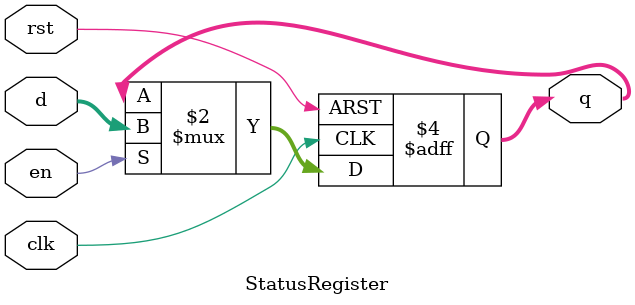
<source format=v>
module StatusRegister (clk, rst, d, en, q);
input clk;
input rst;
input [3:0] d;
input en;
output reg [3:0] q;

	always @(negedge clk or posedge rst) begin
		if (rst)
			q <= {3{1'b0}};
		else if(en)
			q <= d;
	end

endmodule 
</source>
